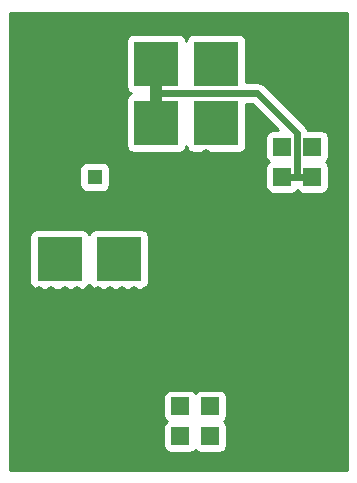
<source format=gbr>
G04 #@! TF.FileFunction,Copper,L1,Top,Signal*
%FSLAX46Y46*%
G04 Gerber Fmt 4.6, Leading zero omitted, Abs format (unit mm)*
G04 Created by KiCad (PCBNEW (2016-09-17 revision 679eef1)-makepkg) date 01/31/17 07:00:59*
%MOMM*%
%LPD*%
G01*
G04 APERTURE LIST*
%ADD10C,1.300000*%
%ADD11C,0.450000*%
%ADD12R,3.810000X3.810000*%
%ADD13R,1.524000X1.524000*%
%ADD14C,6.000000*%
%ADD15C,1.300000*%
%ADD16R,1.300000X1.300000*%
%ADD17C,0.800000*%
%ADD18C,0.250000*%
%ADD19C,0.400000*%
%ADD20C,0.600000*%
%ADD21C,1.000000*%
%ADD22C,0.254000*%
G04 APERTURE END LIST*
D10*
D11*
X19334000Y20589000D03*
X19334000Y19289000D03*
X16734000Y19289000D03*
X16734000Y20589000D03*
X18034000Y20589000D03*
X18034000Y19289000D03*
D12*
X5160000Y18796000D03*
X10160000Y18796000D03*
X10160000Y13716000D03*
X5160000Y13716000D03*
D13*
X15367000Y3810000D03*
X15367000Y6350000D03*
X17907000Y6350000D03*
X17907000Y3810000D03*
X12827000Y3810000D03*
X12827000Y6350000D03*
D12*
X13335000Y30353000D03*
X13335000Y35353000D03*
X18415000Y35353000D03*
X18415000Y30353000D03*
D14*
X5080000Y5080000D03*
X25400000Y5080000D03*
X25400000Y35560000D03*
X5080000Y35560000D03*
D15*
X5628000Y25781000D03*
D16*
X8128000Y25781000D03*
D13*
X26543000Y25781000D03*
X24003000Y25781000D03*
X24003000Y28321000D03*
X26543000Y28321000D03*
D17*
X22987000Y17272000D03*
X22860000Y18288000D03*
X22606000Y19050000D03*
X22606000Y20193000D03*
X22479000Y21209000D03*
X21971000Y22098000D03*
X21971000Y17018000D03*
X21844000Y18161000D03*
X20954995Y18034005D03*
X21590000Y20066000D03*
X21590004Y19050000D03*
X20574008Y18923000D03*
X20574000Y19811998D03*
X21463000Y21082000D03*
X20574000Y20701000D03*
X20955000Y17018000D03*
X17526000Y27686000D03*
X18161000Y27051000D03*
X18669000Y26289000D03*
X18669000Y25400000D03*
X18669000Y24511000D03*
X2286000Y31242000D03*
X15621000Y20066000D03*
X15621000Y19177000D03*
X14478000Y18796000D03*
X13462000Y18796000D03*
X8128000Y11049000D03*
X9271000Y11049000D03*
X10414000Y11049000D03*
X11557000Y11049000D03*
X12573000Y11811000D03*
X12573000Y12954000D03*
X12573000Y14097000D03*
X12573000Y15113000D03*
X12446000Y16129000D03*
X11430000Y16129000D03*
X10414000Y16129000D03*
X9398000Y16129000D03*
X8382000Y16129000D03*
X7239000Y24003000D03*
X7239000Y22987000D03*
X3429000Y16129000D03*
X4445000Y16129000D03*
X5588000Y16129000D03*
X6604000Y16129000D03*
X7620000Y15367000D03*
X7620000Y14351000D03*
X7620000Y13335000D03*
X7620000Y12319000D03*
X6985000Y10922000D03*
X5715000Y10922000D03*
X4572000Y10922000D03*
X3429000Y10922000D03*
X2540000Y11557000D03*
X2540000Y12573000D03*
X2540000Y13589000D03*
X2540000Y14732000D03*
X2540000Y15875000D03*
X7239000Y21844000D03*
X6096000Y21844000D03*
X4826000Y21844000D03*
X3810000Y21971000D03*
X3556000Y23368000D03*
X3556000Y24384000D03*
X3556000Y25400000D03*
X4191000Y26289000D03*
X5334000Y27305000D03*
X4318000Y27305000D03*
X3175000Y26924000D03*
X2159000Y26924000D03*
X2159000Y27940000D03*
X2159000Y29083000D03*
X2159000Y30099000D03*
X3683000Y31242000D03*
X4953000Y31242000D03*
X6223000Y31242000D03*
X6223000Y30226000D03*
X6223000Y29210000D03*
X6350000Y28194000D03*
X6350000Y27178000D03*
D18*
X22606000Y19050000D02*
X22606000Y18542000D01*
X22606000Y18542000D02*
X22860000Y18288000D01*
X22479000Y21209000D02*
X22479000Y20320000D01*
X22479000Y20320000D02*
X22606000Y20193000D01*
X21463000Y21082000D02*
X21463000Y21590000D01*
X21463000Y21590000D02*
X21971000Y22098000D01*
D19*
X21844000Y17145000D02*
X21971000Y17018000D01*
X21844000Y18161000D02*
X21844000Y17145000D01*
X20954995Y18599690D02*
X20954995Y18034005D01*
X20954995Y19176995D02*
X20954995Y18599690D01*
X20955004Y19177004D02*
X20954995Y19176995D01*
X20955000Y17018000D02*
X20955000Y18034000D01*
X20955000Y18034000D02*
X20954995Y18034005D01*
X21190001Y19666001D02*
X21590000Y20066000D01*
X20955004Y19177004D02*
X20955004Y19431004D01*
X20955004Y19431004D02*
X21190001Y19666001D01*
X21463000Y19177004D02*
X21590004Y19050000D01*
X21463000Y21082000D02*
X21463000Y19177004D01*
X20955004Y19177004D02*
X20701000Y18923000D01*
X20701000Y18923000D02*
X20574008Y18923000D01*
X20574000Y20701000D02*
X20574000Y19811998D01*
X18669000Y26289000D02*
X18669000Y26543000D01*
X18669000Y26543000D02*
X18161000Y27051000D01*
X18669000Y24511000D02*
X18669000Y25400000D01*
X2159000Y31115000D02*
X2286000Y31242000D01*
X2159000Y30099000D02*
X2159000Y31115000D01*
X15621000Y19177000D02*
X15621000Y20066000D01*
X13462000Y18796000D02*
X14478000Y18796000D01*
X9271000Y11049000D02*
X8128000Y11049000D01*
X11557000Y11049000D02*
X10414000Y11049000D01*
X12573000Y12954000D02*
X12573000Y11811000D01*
X12573000Y15113000D02*
X12573000Y14097000D01*
X11430000Y16129000D02*
X12446000Y16129000D01*
X9398000Y16129000D02*
X10414000Y16129000D01*
X6604000Y16129000D02*
X8382000Y16129000D01*
X7239000Y21844000D02*
X7239000Y22987000D01*
X5588000Y16129000D02*
X4445000Y16129000D01*
X7620000Y15367000D02*
X7366000Y15367000D01*
X7366000Y15367000D02*
X6604000Y16129000D01*
X7620000Y13335000D02*
X7620000Y14351000D01*
X6985000Y10922000D02*
X6985000Y11684000D01*
X6985000Y11684000D02*
X7620000Y12319000D01*
X4572000Y10922000D02*
X5715000Y10922000D01*
X2540000Y11557000D02*
X2794000Y11557000D01*
X2794000Y11557000D02*
X3429000Y10922000D01*
X2540000Y13589000D02*
X2540000Y12573000D01*
X2540000Y15875000D02*
X2540000Y14732000D01*
X6096000Y21844000D02*
X7239000Y21844000D01*
X3810000Y21971000D02*
X4699000Y21971000D01*
X4699000Y21971000D02*
X4826000Y21844000D01*
X3556000Y24384000D02*
X3556000Y23368000D01*
X4191000Y26289000D02*
X4191000Y26035000D01*
X4191000Y26035000D02*
X3556000Y25400000D01*
X4318000Y27305000D02*
X5334000Y27305000D01*
X2159000Y26924000D02*
X3175000Y26924000D01*
X2159000Y29083000D02*
X2159000Y27940000D01*
X4953000Y31242000D02*
X3683000Y31242000D01*
X6223000Y30226000D02*
X6223000Y31242000D01*
X6350000Y28194000D02*
X6350000Y29083000D01*
X6350000Y29083000D02*
X6223000Y29210000D01*
X5628000Y25781000D02*
X5628000Y26456000D01*
X5628000Y26456000D02*
X6350000Y27178000D01*
D20*
X24003000Y25781000D02*
X25273000Y25781000D01*
X25273000Y29475002D02*
X25273000Y25781000D01*
X25273000Y25781000D02*
X26543000Y25781000D01*
X13335000Y32893000D02*
X21855002Y32893000D01*
X21855002Y32893000D02*
X25273000Y29475002D01*
D21*
X13335000Y32893000D02*
X13335000Y30353000D01*
X13335000Y35353000D02*
X13335000Y32893000D01*
D22*
G36*
X29516000Y964000D02*
X964000Y964000D01*
X964000Y7112000D01*
X13957560Y7112000D01*
X13957560Y5588000D01*
X14006843Y5340235D01*
X14147191Y5130191D01*
X14222307Y5080000D01*
X14147191Y5029809D01*
X14006843Y4819765D01*
X13957560Y4572000D01*
X13957560Y3048000D01*
X14006843Y2800235D01*
X14147191Y2590191D01*
X14357235Y2449843D01*
X14605000Y2400560D01*
X16129000Y2400560D01*
X16376765Y2449843D01*
X16586809Y2590191D01*
X16637000Y2665307D01*
X16687191Y2590191D01*
X16897235Y2449843D01*
X17145000Y2400560D01*
X18669000Y2400560D01*
X18916765Y2449843D01*
X19126809Y2590191D01*
X19267157Y2800235D01*
X19316440Y3048000D01*
X19316440Y4572000D01*
X19267157Y4819765D01*
X19126809Y5029809D01*
X19051693Y5080000D01*
X19126809Y5130191D01*
X19267157Y5340235D01*
X19316440Y5588000D01*
X19316440Y7112000D01*
X19267157Y7359765D01*
X19126809Y7569809D01*
X18916765Y7710157D01*
X18669000Y7759440D01*
X17145000Y7759440D01*
X16897235Y7710157D01*
X16687191Y7569809D01*
X16637000Y7494693D01*
X16586809Y7569809D01*
X16376765Y7710157D01*
X16129000Y7759440D01*
X14605000Y7759440D01*
X14357235Y7710157D01*
X14147191Y7569809D01*
X14006843Y7359765D01*
X13957560Y7112000D01*
X964000Y7112000D01*
X964000Y20701000D01*
X2607560Y20701000D01*
X2607560Y16891000D01*
X2656843Y16643235D01*
X2797191Y16433191D01*
X3007235Y16292843D01*
X3255000Y16243560D01*
X7065000Y16243560D01*
X7312765Y16292843D01*
X7522809Y16433191D01*
X7660000Y16638510D01*
X7797191Y16433191D01*
X8007235Y16292843D01*
X8255000Y16243560D01*
X12065000Y16243560D01*
X12312765Y16292843D01*
X12522809Y16433191D01*
X12663157Y16643235D01*
X12712440Y16891000D01*
X12712440Y20701000D01*
X12663157Y20948765D01*
X12522809Y21158809D01*
X12312765Y21299157D01*
X12065000Y21348440D01*
X8255000Y21348440D01*
X8007235Y21299157D01*
X7797191Y21158809D01*
X7660000Y20953490D01*
X7522809Y21158809D01*
X7312765Y21299157D01*
X7065000Y21348440D01*
X3255000Y21348440D01*
X3007235Y21299157D01*
X2797191Y21158809D01*
X2656843Y20948765D01*
X2607560Y20701000D01*
X964000Y20701000D01*
X964000Y26431000D01*
X6830560Y26431000D01*
X6830560Y25131000D01*
X6879843Y24883235D01*
X7020191Y24673191D01*
X7230235Y24532843D01*
X7478000Y24483560D01*
X8778000Y24483560D01*
X9025765Y24532843D01*
X9235809Y24673191D01*
X9376157Y24883235D01*
X9425440Y25131000D01*
X9425440Y26431000D01*
X9376157Y26678765D01*
X9235809Y26888809D01*
X9025765Y27029157D01*
X8778000Y27078440D01*
X7478000Y27078440D01*
X7230235Y27029157D01*
X7020191Y26888809D01*
X6879843Y26678765D01*
X6830560Y26431000D01*
X964000Y26431000D01*
X964000Y37258000D01*
X10782560Y37258000D01*
X10782560Y33448000D01*
X10831843Y33200235D01*
X10972191Y32990191D01*
X11177510Y32853000D01*
X10972191Y32715809D01*
X10831843Y32505765D01*
X10782560Y32258000D01*
X10782560Y28448000D01*
X10831843Y28200235D01*
X10972191Y27990191D01*
X11182235Y27849843D01*
X11430000Y27800560D01*
X15240000Y27800560D01*
X15487765Y27849843D01*
X15697809Y27990191D01*
X15838157Y28200235D01*
X15875000Y28385459D01*
X15911843Y28200235D01*
X16052191Y27990191D01*
X16262235Y27849843D01*
X16510000Y27800560D01*
X20320000Y27800560D01*
X20567765Y27849843D01*
X20777809Y27990191D01*
X20918157Y28200235D01*
X20967440Y28448000D01*
X20967440Y31958000D01*
X21467712Y31958000D01*
X23695272Y29730440D01*
X23241000Y29730440D01*
X22993235Y29681157D01*
X22783191Y29540809D01*
X22642843Y29330765D01*
X22593560Y29083000D01*
X22593560Y27559000D01*
X22642843Y27311235D01*
X22783191Y27101191D01*
X22858307Y27051000D01*
X22783191Y27000809D01*
X22642843Y26790765D01*
X22593560Y26543000D01*
X22593560Y25019000D01*
X22642843Y24771235D01*
X22783191Y24561191D01*
X22993235Y24420843D01*
X23241000Y24371560D01*
X24765000Y24371560D01*
X25012765Y24420843D01*
X25222809Y24561191D01*
X25273000Y24636307D01*
X25323191Y24561191D01*
X25533235Y24420843D01*
X25781000Y24371560D01*
X27305000Y24371560D01*
X27552765Y24420843D01*
X27762809Y24561191D01*
X27903157Y24771235D01*
X27952440Y25019000D01*
X27952440Y26543000D01*
X27903157Y26790765D01*
X27762809Y27000809D01*
X27687693Y27051000D01*
X27762809Y27101191D01*
X27903157Y27311235D01*
X27952440Y27559000D01*
X27952440Y29083000D01*
X27903157Y29330765D01*
X27762809Y29540809D01*
X27552765Y29681157D01*
X27305000Y29730440D01*
X26157190Y29730440D01*
X26136827Y29832811D01*
X25934145Y30136147D01*
X22516147Y33554145D01*
X22212811Y33756827D01*
X21855002Y33828000D01*
X20967440Y33828000D01*
X20967440Y37258000D01*
X20918157Y37505765D01*
X20777809Y37715809D01*
X20567765Y37856157D01*
X20320000Y37905440D01*
X16510000Y37905440D01*
X16262235Y37856157D01*
X16052191Y37715809D01*
X15911843Y37505765D01*
X15875000Y37320541D01*
X15838157Y37505765D01*
X15697809Y37715809D01*
X15487765Y37856157D01*
X15240000Y37905440D01*
X11430000Y37905440D01*
X11182235Y37856157D01*
X10972191Y37715809D01*
X10831843Y37505765D01*
X10782560Y37258000D01*
X964000Y37258000D01*
X964000Y39676000D01*
X29516000Y39676000D01*
X29516000Y964000D01*
X29516000Y964000D01*
G37*
X29516000Y964000D02*
X964000Y964000D01*
X964000Y7112000D01*
X13957560Y7112000D01*
X13957560Y5588000D01*
X14006843Y5340235D01*
X14147191Y5130191D01*
X14222307Y5080000D01*
X14147191Y5029809D01*
X14006843Y4819765D01*
X13957560Y4572000D01*
X13957560Y3048000D01*
X14006843Y2800235D01*
X14147191Y2590191D01*
X14357235Y2449843D01*
X14605000Y2400560D01*
X16129000Y2400560D01*
X16376765Y2449843D01*
X16586809Y2590191D01*
X16637000Y2665307D01*
X16687191Y2590191D01*
X16897235Y2449843D01*
X17145000Y2400560D01*
X18669000Y2400560D01*
X18916765Y2449843D01*
X19126809Y2590191D01*
X19267157Y2800235D01*
X19316440Y3048000D01*
X19316440Y4572000D01*
X19267157Y4819765D01*
X19126809Y5029809D01*
X19051693Y5080000D01*
X19126809Y5130191D01*
X19267157Y5340235D01*
X19316440Y5588000D01*
X19316440Y7112000D01*
X19267157Y7359765D01*
X19126809Y7569809D01*
X18916765Y7710157D01*
X18669000Y7759440D01*
X17145000Y7759440D01*
X16897235Y7710157D01*
X16687191Y7569809D01*
X16637000Y7494693D01*
X16586809Y7569809D01*
X16376765Y7710157D01*
X16129000Y7759440D01*
X14605000Y7759440D01*
X14357235Y7710157D01*
X14147191Y7569809D01*
X14006843Y7359765D01*
X13957560Y7112000D01*
X964000Y7112000D01*
X964000Y20701000D01*
X2607560Y20701000D01*
X2607560Y16891000D01*
X2656843Y16643235D01*
X2797191Y16433191D01*
X3007235Y16292843D01*
X3255000Y16243560D01*
X7065000Y16243560D01*
X7312765Y16292843D01*
X7522809Y16433191D01*
X7660000Y16638510D01*
X7797191Y16433191D01*
X8007235Y16292843D01*
X8255000Y16243560D01*
X12065000Y16243560D01*
X12312765Y16292843D01*
X12522809Y16433191D01*
X12663157Y16643235D01*
X12712440Y16891000D01*
X12712440Y20701000D01*
X12663157Y20948765D01*
X12522809Y21158809D01*
X12312765Y21299157D01*
X12065000Y21348440D01*
X8255000Y21348440D01*
X8007235Y21299157D01*
X7797191Y21158809D01*
X7660000Y20953490D01*
X7522809Y21158809D01*
X7312765Y21299157D01*
X7065000Y21348440D01*
X3255000Y21348440D01*
X3007235Y21299157D01*
X2797191Y21158809D01*
X2656843Y20948765D01*
X2607560Y20701000D01*
X964000Y20701000D01*
X964000Y26431000D01*
X6830560Y26431000D01*
X6830560Y25131000D01*
X6879843Y24883235D01*
X7020191Y24673191D01*
X7230235Y24532843D01*
X7478000Y24483560D01*
X8778000Y24483560D01*
X9025765Y24532843D01*
X9235809Y24673191D01*
X9376157Y24883235D01*
X9425440Y25131000D01*
X9425440Y26431000D01*
X9376157Y26678765D01*
X9235809Y26888809D01*
X9025765Y27029157D01*
X8778000Y27078440D01*
X7478000Y27078440D01*
X7230235Y27029157D01*
X7020191Y26888809D01*
X6879843Y26678765D01*
X6830560Y26431000D01*
X964000Y26431000D01*
X964000Y37258000D01*
X10782560Y37258000D01*
X10782560Y33448000D01*
X10831843Y33200235D01*
X10972191Y32990191D01*
X11177510Y32853000D01*
X10972191Y32715809D01*
X10831843Y32505765D01*
X10782560Y32258000D01*
X10782560Y28448000D01*
X10831843Y28200235D01*
X10972191Y27990191D01*
X11182235Y27849843D01*
X11430000Y27800560D01*
X15240000Y27800560D01*
X15487765Y27849843D01*
X15697809Y27990191D01*
X15838157Y28200235D01*
X15875000Y28385459D01*
X15911843Y28200235D01*
X16052191Y27990191D01*
X16262235Y27849843D01*
X16510000Y27800560D01*
X20320000Y27800560D01*
X20567765Y27849843D01*
X20777809Y27990191D01*
X20918157Y28200235D01*
X20967440Y28448000D01*
X20967440Y31958000D01*
X21467712Y31958000D01*
X23695272Y29730440D01*
X23241000Y29730440D01*
X22993235Y29681157D01*
X22783191Y29540809D01*
X22642843Y29330765D01*
X22593560Y29083000D01*
X22593560Y27559000D01*
X22642843Y27311235D01*
X22783191Y27101191D01*
X22858307Y27051000D01*
X22783191Y27000809D01*
X22642843Y26790765D01*
X22593560Y26543000D01*
X22593560Y25019000D01*
X22642843Y24771235D01*
X22783191Y24561191D01*
X22993235Y24420843D01*
X23241000Y24371560D01*
X24765000Y24371560D01*
X25012765Y24420843D01*
X25222809Y24561191D01*
X25273000Y24636307D01*
X25323191Y24561191D01*
X25533235Y24420843D01*
X25781000Y24371560D01*
X27305000Y24371560D01*
X27552765Y24420843D01*
X27762809Y24561191D01*
X27903157Y24771235D01*
X27952440Y25019000D01*
X27952440Y26543000D01*
X27903157Y26790765D01*
X27762809Y27000809D01*
X27687693Y27051000D01*
X27762809Y27101191D01*
X27903157Y27311235D01*
X27952440Y27559000D01*
X27952440Y29083000D01*
X27903157Y29330765D01*
X27762809Y29540809D01*
X27552765Y29681157D01*
X27305000Y29730440D01*
X26157190Y29730440D01*
X26136827Y29832811D01*
X25934145Y30136147D01*
X22516147Y33554145D01*
X22212811Y33756827D01*
X21855002Y33828000D01*
X20967440Y33828000D01*
X20967440Y37258000D01*
X20918157Y37505765D01*
X20777809Y37715809D01*
X20567765Y37856157D01*
X20320000Y37905440D01*
X16510000Y37905440D01*
X16262235Y37856157D01*
X16052191Y37715809D01*
X15911843Y37505765D01*
X15875000Y37320541D01*
X15838157Y37505765D01*
X15697809Y37715809D01*
X15487765Y37856157D01*
X15240000Y37905440D01*
X11430000Y37905440D01*
X11182235Y37856157D01*
X10972191Y37715809D01*
X10831843Y37505765D01*
X10782560Y37258000D01*
X964000Y37258000D01*
X964000Y39676000D01*
X29516000Y39676000D01*
X29516000Y964000D01*
M02*

</source>
